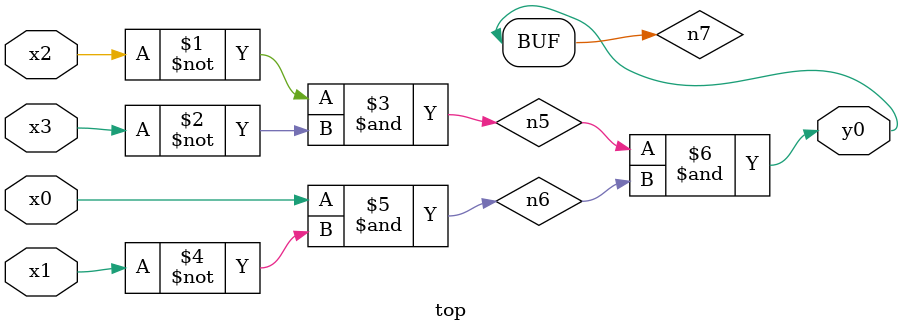
<source format=v>
module top( x0 , x1 , x2 , x3 , y0 );
  input x0 , x1 , x2 , x3 ;
  output y0 ;
  wire n5 , n6 , n7 ;
  assign n5 = ~x2 & ~x3 ;
  assign n6 = x0 & ~x1 ;
  assign n7 = n5 & n6 ;
  assign y0 = n7 ;
endmodule

</source>
